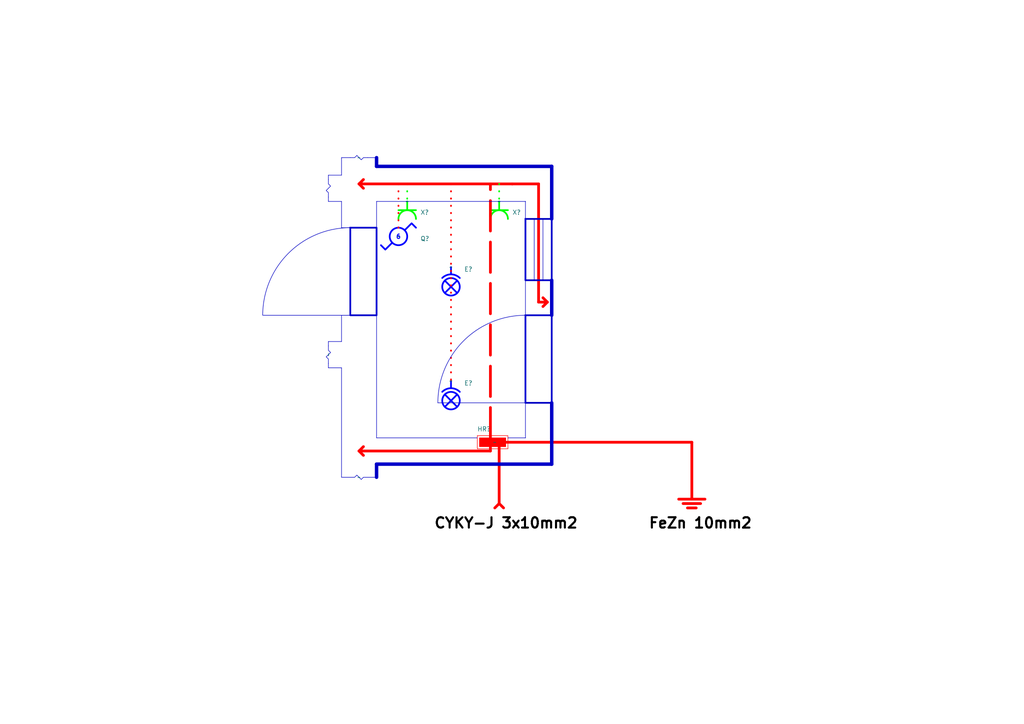
<source format=kicad_sch>
(kicad_sch (version 20230121) (generator eeschema)
  (paper "A4")
  (title_block (title "Projekt elektroinštalácie rodinného domu") (date "2024-05-09") (rev "1") (comment 4 "001-24") (comment 5 "Konanie stavby: 96901 Banská Štiavnica, Belianska 1770/15"))
  (lib_symbols
    (symbol "Wiring:Break" (in_bom no)
      (symbol "Break_0_1"
        (polyline (pts (xy -2.54 0) (xy -1.27 0) (xy -0.635 0.635) (xy 0.635 -0.635) (xy 1.27 0) (xy 2.54 0)) (stroke (width 0) (color 0 0 194 1)))
      )
    )
    (symbol "Wiring:Bulb_ceiling"
      (property "Reference" "E" (at 0 1.905 0))
      (symbol "Bulb_ceiling_0_1"
        (circle (center 0 -5.715) (radius 2.54) (stroke (width 0.5) (color 0 0 255 1)))
        (polyline (pts (xy 0 0) (xy 0 -1.905)) (stroke (width 0.5) (color 0 0 255 1)))
        (polyline (pts (xy 0 -5.715) (xy 1.778 -7.493) (xy -1.778 -3.937)) (stroke (width 0.5) (color 0 0 255 1)))
        (polyline (pts (xy 0 -5.715) (xy 1.778 -3.937) (xy -1.778 -7.493)) (stroke (width 0.5) (color 0 0 255 1)))
        (arc (start 2.5464 -3.159) (mid 0.0055 -2.1071) (end -2.5386 -3.1512) (stroke (width 0.5) (color 0 0 255 1)))
      )
    )
    (symbol "Wiring:HR"
      (property "Reference" "HR" (at 0 2.54 0))
      (symbol "HR_0_1"
        (rectangle (start -5.08 1.905) (end 3.81 -1.905) (stroke (width 0) (color 255 0 0 1)))
        (rectangle (start -4.445 1.27) (end 3.175 -1.27) (stroke (width 0) (color 255 0 0 1)) (fill (type outline)))
      )
    )
    (symbol "Wiring:Outlet"
      (property "Reference" "X" (at 5.08 -3.81 90))
      (symbol "Outlet_0_1"
        (arc (start 0 -2.54) (mid -1.7961 -3.2839) (end -2.54 -5.08) (stroke (width 0.5) (color 0 255 0 1)))
        (polyline (pts (xy 0 0) (xy 0 -2.54) (xy 0 -1.27)) (stroke (width 0.5) (color 0 255 0 1)))
        (polyline (pts (xy 0 -2.54) (xy 2.54 -2.54) (xy -2.54 -2.54) (xy -1.27 -2.54)) (stroke (width 0.5) (color 0 255 0 1)))
        (arc (start 2.54 -5.08) (mid 1.7961 -3.2839) (end 0 -2.54) (stroke (width 0.5) (color 0 255 0 1)))
      )
    )
    (symbol "Wiring:Switch_6"
      (property "Reference" "Q" (at 0 4.826 0))
      (symbol "Switch_6_0_1"
        (polyline (pts (xy -1.905 -1.905) (xy -3.175 -3.175) (xy -3.81 -3.81) (xy -5.08 -2.54)) (stroke (width 0.5) (color 0 0 255 1)))
        (polyline (pts (xy 1.905 1.905) (xy 3.175 3.175) (xy 3.81 3.81) (xy 5.08 2.54)) (stroke (width 0.5) (color 0 0 255 1)))
        (circle (center 0 0) (radius 2.54) (stroke (width 0.5) (color 0 0 255 1)))
        (text "6" (at 0 0 0) (effects (font (size 1.27 1.27) bold)))
      )
    )
  )
  (polyline (pts (xy 198.12 146.05) (xy 203.2 146.05)) (stroke (width 0.8) (type solid) (color 255 0 0 1)))
  (polyline (pts (xy 144.78 146.05) (xy 144.78 129.54)) (stroke (width 0.8) (type solid) (color 255 0 0 1)))
  (polyline (pts (xy 95.25 57.15) (xy 95.25 58.42)))
  (polyline (pts (xy 144.78 146.05) (xy 143.51 147.32)) (stroke (width 0.8) (type solid) (color 255 0 0 1)))
  (polyline (pts (xy 154.94 63.5) (xy 154.94 81.28)))
  (polyline (pts (xy 200.66 128.27) (xy 200.66 144.78)) (stroke (width 0.8) (type solid) (color 255 0 0 1)))
  (polyline (pts (xy 99.06 50.8) (xy 99.06 45.72)))
  (polyline (pts (xy 156.21 53.34) (xy 156.21 87.63)) (stroke (width 0.8) (type solid) (color 255 0 0 1)))
  (polyline (pts (xy 99.06 66.04) (xy 99.06 58.42)))
  (polyline (pts (xy 118.11 53.34) (xy 118.11 58.42)) (stroke (width 0.5) (type dot) (color 0 255 0 1)))
  (polyline (pts (xy 160.02 48.26) (xy 160.02 63.5)) (stroke (width 1)))
  (polyline (pts (xy 99.06 45.72) (xy 101.6 45.72)))
  (polyline (pts (xy 196.85 144.78) (xy 204.47 144.78)) (stroke (width 0.8) (type solid) (color 255 0 0 1)))
  (polyline (pts (xy 152.4 81.28) (xy 152.4 91.44)))
  (polyline (pts (xy 106.68 138.43) (xy 109.22 138.43)))
  (polyline (pts (xy 99.06 58.42) (xy 95.25 58.42)))
  (polyline (pts (xy 104.14 130.81) (xy 105.41 129.54)) (stroke (width 0.8) (type solid) (color 255 0 0 1)))
  (polyline (pts (xy 95.25 99.06) (xy 95.25 100.33)))
  (polyline (pts (xy 109.22 134.62) (xy 109.22 138.43)) (stroke (width 1)))
  (polyline (pts (xy 152.4 116.84) (xy 152.4 127)))
  (polyline (pts (xy 104.14 53.34) (xy 105.41 54.61)) (stroke (width 0.8) (type solid) (color 255 0 0 1)))
  (polyline (pts (xy 99.06 106.68) (xy 99.06 138.43)))
  (polyline (pts (xy 109.22 66.04) (xy 99.06 66.04)))
  (polyline (pts (xy 160.02 81.28) (xy 160.02 91.44)) (stroke (width 1)))
  (polyline (pts (xy 95.25 105.41) (xy 95.25 106.68)))
  (polyline (pts (xy 158.75 87.63) (xy 157.48 86.36)) (stroke (width 0.8) (type solid) (color 255 0 0 1)))
  (polyline (pts (xy 95.25 50.8) (xy 99.06 50.8)))
  (polyline (pts (xy 109.22 134.62) (xy 160.02 134.62)) (stroke (width 1)))
  (polyline (pts (xy 104.14 53.34) (xy 142.24 53.34)) (stroke (width 0.8) (type solid) (color 255 0 0 1)))
  (polyline (pts (xy 104.14 130.81) (xy 105.41 132.08)) (stroke (width 0.8) (type solid) (color 255 0 0 1)))
  (polyline (pts (xy 156.21 87.63) (xy 158.75 87.63)) (stroke (width 0.8) (type solid) (color 255 0 0 1)))
  (polyline (pts (xy 99.06 91.44) (xy 99.06 99.06)))
  (polyline (pts (xy 109.22 127) (xy 109.22 91.44)))
  (polyline (pts (xy 152.4 58.42) (xy 152.4 58.42)))
  (polyline (pts (xy 142.24 129.54) (xy 142.24 130.81)) (stroke (width 0.8) (type solid) (color 255 0 0 1)))
  (polyline (pts (xy 199.39 147.32) (xy 201.93 147.32)) (stroke (width 0.8) (type solid) (color 255 0 0 1)))
  (polyline (pts (xy 115.57 53.34) (xy 115.57 66.04)) (stroke (width 0.5) (type dot) (color 255 0 0 1)))
  (polyline (pts (xy 99.06 99.06) (xy 95.25 99.06)))
  (polyline (pts (xy 101.6 91.44) (xy 76.2 91.44)))
  (polyline (pts (xy 148.59 53.34) (xy 156.21 53.34)) (stroke (width 0.8) (type solid) (color 255 0 0 1)))
  (polyline (pts (xy 144.78 146.05) (xy 146.05 147.32)) (stroke (width 0.8) (type solid) (color 255 0 0 1)))
  (polyline (pts (xy 158.75 87.63) (xy 157.48 88.9)) (stroke (width 0.8) (type solid) (color 255 0 0 1)))
  (polyline (pts (xy 152.4 127) (xy 152.4 127)))
  (polyline (pts (xy 104.14 130.81) (xy 142.24 130.81)) (stroke (width 0.8) (type solid) (color 255 0 0 1)))
  (polyline (pts (xy 147.32 127) (xy 152.4 127)))
  (polyline (pts (xy 109.22 48.26) (xy 109.22 45.72)) (stroke (width 1)))
  (polyline (pts (xy 127 116.84) (xy 152.4 116.84)))
  (polyline (pts (xy 99.06 138.43) (xy 101.6 138.43)))
  (polyline (pts (xy 144.78 53.34) (xy 144.78 58.42)) (stroke (width 0.5) (type dot) (color 0 255 0 1)))
  (polyline (pts (xy 95.25 50.8) (xy 95.25 52.07)))
  (polyline (pts (xy 130.81 53.34) (xy 130.81 110.49)) (stroke (width 0.5) (type dot) (color 255 0 0 1)))
  (polyline (pts (xy 104.14 53.34) (xy 105.41 52.07)) (stroke (width 0.8) (type solid) (color 255 0 0 1)))
  (polyline (pts (xy 95.25 106.68) (xy 99.06 106.68)))
  (polyline (pts (xy 109.22 58.42) (xy 109.22 66.04)))
  (polyline (pts (xy 142.24 127) (xy 142.24 53.34)) (stroke (width 0.8) (type dash) (color 255 0 0 1)))
  (polyline (pts (xy 160.02 116.84) (xy 160.02 134.62)) (stroke (width 1)))
  (polyline (pts (xy 157.48 63.5) (xy 157.48 81.28)))
  (polyline (pts (xy 106.68 45.72) (xy 109.22 45.72)))
  (polyline (pts (xy 109.22 91.44) (xy 99.06 91.44)))
  (polyline (pts (xy 109.22 127) (xy 138.43 127)))
  (polyline (pts (xy 200.66 128.27) (xy 146.05 128.27)) (stroke (width 0.8) (type solid) (color 255 0 0 1)))
  (polyline (pts (xy 160.02 48.26) (xy 109.22 48.26)) (stroke (width 1)))
  (polyline (pts (xy 148.59 53.34) (xy 142.24 53.34)) (stroke (width 0.8) (type solid) (color 255 0 0 1)))
  (polyline (pts (xy 152.4 58.42) (xy 152.4 63.5)))
  (polyline (pts (xy 152.4 58.42) (xy 109.22 58.42)))
  (arc (start 127 116.84) (mid 134.4395 98.8795) (end 152.4 91.44))
  (rectangle (start 152.4 63.5) (end 160.02 81.28) (stroke (width 0.5)))
  (rectangle (start 152.4 91.44) (end 160.02 116.84) (stroke (width 0.5)))
  (arc (start 76.2 91.44) (mid 83.6395 73.4795) (end 101.6 66.04))
  (rectangle (start 101.6 91.44) (end 109.22 66.04) (stroke (width 0.5)))
  (text "FeZn 10mm2\n" (at 187.96 153.67 0) (effects (font (size 3 3) (thickness 0.6) bold) (justify left bottom)))
  (text "CYKY-J 3x10mm2" (at 125.73 153.67 0) (effects (font (size 3 3) bold) (justify left bottom)))
  (symbol (lib_id "Wiring:HR") (at 143.51 128.27 0) (unit 1)
    (property "Reference" "HR?" (at 138.43 124.46 0) (effects (justify left)))
    (property "Value" "~" (at 143.51 128.27 0))
  )
  (symbol (lib_id "Wiring:Outlet") (at 144.78 58.42 0) (unit 1)
    (property "Reference" "X?" (at 148.59 61.595 0) (effects (justify left)))
    (property "Value" "~" (at 144.78 58.42 0))
  )
  (symbol (lib_id "Wiring:Outlet") (at 118.11 58.42 0) (unit 1)
    (property "Reference" "X?" (at 121.92 61.595 0) (effects (justify left)))
    (property "Value" "~" (at 118.11 58.42 0))
  )
  (symbol (lib_id "Wiring:Switch_6") (at 115.57 68.58 0) (unit 1)
    (property "Reference" "Q?" (at 121.92 69.215 0) (effects (justify left)))
    (property "Value" "~" (at 115.57 68.58 0))
  )
  (symbol (lib_id "Wiring:Break") (at 104.14 138.43 0) (unit 1)
    (property "Reference" "~?" (effects hide))
    (property "Value" "~" (at 104.14 138.43 0))
  )
  (symbol (lib_id "Wiring:Bulb_ceiling") (at 130.81 77.47 0) (unit 1)
    (property "Reference" "E?" (at 134.62 78.105 0) (effects (justify left)))
    (property "Value" "~" (at 130.81 77.47 0))
  )
  (symbol (lib_id "Wiring:Break") (at 104.14 45.72 0) (unit 1)
    (property "Reference" "~?" (effects hide))
    (property "Value" "~" (at 104.14 45.72 0))
  )
  (symbol (lib_id "Wiring:Bulb_ceiling") (at 130.81 110.49 0) (unit 1)
    (property "Reference" "E?" (at 134.62 111.125 0) (effects (justify left)))
    (property "Value" "~" (at 130.81 110.49 0))
  )
  (symbol (lib_id "Wiring:Break") (at 95.25 102.87 90) (unit 1)
    (property "Reference" "~?" (effects hide))
    (property "Value" "~" (at 95.25 102.87 0))
  )
  (symbol (lib_id "Wiring:Break") (at 95.25 54.61 90) (unit 1)
    (property "Reference" "~?" (effects hide))
  )
)
</source>
